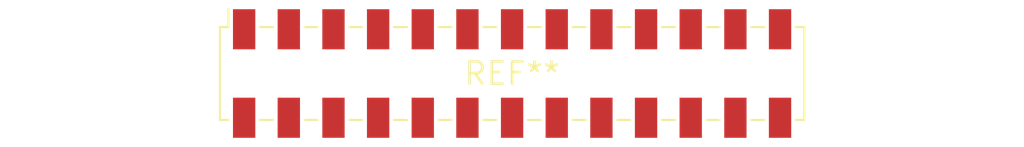
<source format=kicad_pcb>
(kicad_pcb (version 20240108) (generator pcbnew)
  (layers (0 "F.Cu" signal) (31 "B.Cu" signal) (34 "B.Paste" user) (35 "F.Paste" user) (36 "B.SilkS" user "B.Silkscreen") (37 "F.SilkS" user "F.Silkscreen") (38 "B.Mask" user) (39 "F.Mask" user) (44 "Edge.Cuts" user))
  (net 0 "")
  (footprint "Samtec_HLE-113-02-xxx-DV-A_2x13_P2.54mm_Horizontal" (layer "F.Cu") (at 0 0)
    (property "Reference" "REF**")
    (property "Value" "Samtec_HLE-113-02-xxx-DV-A_2x13_P2.54mm_Horizontal")
    (fp_line (start -16.62 -2.65) (end -16.62 2.65) (layer "F.SilkS") (stroke (width 0.12)))
    (fp_line (start -16.62 2.65) (end -16.135 2.65) (layer "F.SilkS") (stroke (width 0.12)))
    (fp_line (start -16.135 -3.67) (end -16.135 -2.65) (layer "F.SilkS") (stroke (width 0.12)))
    (fp_line (start -16.135 -2.65) (end -16.62 -2.65) (layer "F.SilkS") (stroke (width 0.12)))
    (fp_line (start -14.345 -2.65) (end -13.595 -2.65) (layer "F.SilkS") (stroke (width 0.12)))
    (fp_line (start -14.345 2.65) (end -13.595 2.65) (layer "F.SilkS") (stroke (width 0.12)))
    (fp_line (start -11.805 -2.65) (end -11.055 -2.65) (layer "F.SilkS") (stroke (width 0.12)))
    (fp_line (start -11.805 2.65) (end -11.055 2.65) (layer "F.SilkS") (stroke (width 0.12)))
    (fp_line (start -9.265 -2.65) (end -8.515 -2.65) (layer "F.SilkS") (stroke (width 0.12)))
    (fp_line (start -9.265 2.65) (end -8.515 2.65) (layer "F.SilkS") (stroke (width 0.12)))
    (fp_line (start -6.725 -2.65) (end -5.975 -2.65) (layer "F.SilkS") (stroke (width 0.12)))
    (fp_line (start -6.725 2.65) (end -5.975 2.65) (layer "F.SilkS") (stroke (width 0.12)))
    (fp_line (start -4.185 -2.65) (end -3.435 -2.65) (layer "F.SilkS") (stroke (width 0.12)))
    (fp_line (start -4.185 2.65) (end -3.435 2.65) (layer "F.SilkS") (stroke (width 0.12)))
    (fp_line (start -1.645 -2.65) (end -0.895 -2.65) (layer "F.SilkS") (stroke (width 0.12)))
    (fp_line (start -1.645 2.65) (end -0.895 2.65) (layer "F.SilkS") (stroke (width 0.12)))
    (fp_line (start 0.895 -2.65) (end 1.645 -2.65) (layer "F.SilkS") (stroke (width 0.12)))
    (fp_line (start 0.895 2.65) (end 1.645 2.65) (layer "F.SilkS") (stroke (width 0.12)))
    (fp_line (start 3.435 -2.65) (end 4.185 -2.65) (layer "F.SilkS") (stroke (width 0.12)))
    (fp_line (start 3.435 2.65) (end 4.185 2.65) (layer "F.SilkS") (stroke (width 0.12)))
    (fp_line (start 5.975 -2.65) (end 6.725 -2.65) (layer "F.SilkS") (stroke (width 0.12)))
    (fp_line (start 5.975 2.65) (end 6.725 2.65) (layer "F.SilkS") (stroke (width 0.12)))
    (fp_line (start 8.515 -2.65) (end 9.265 -2.65) (layer "F.SilkS") (stroke (width 0.12)))
    (fp_line (start 8.515 2.65) (end 9.265 2.65) (layer "F.SilkS") (stroke (width 0.12)))
    (fp_line (start 11.055 -2.65) (end 11.805 -2.65) (layer "F.SilkS") (stroke (width 0.12)))
    (fp_line (start 11.055 2.65) (end 11.805 2.65) (layer "F.SilkS") (stroke (width 0.12)))
    (fp_line (start 13.595 -2.65) (end 14.345 -2.65) (layer "F.SilkS") (stroke (width 0.12)))
    (fp_line (start 13.595 2.65) (end 14.345 2.65) (layer "F.SilkS") (stroke (width 0.12)))
    (fp_line (start 16.135 -2.65) (end 16.62 -2.65) (layer "F.SilkS") (stroke (width 0.12)))
    (fp_line (start 16.62 -2.65) (end 16.62 2.65) (layer "F.SilkS") (stroke (width 0.12)))
    (fp_line (start 16.62 2.65) (end 16.135 2.65) (layer "F.SilkS") (stroke (width 0.12)))
    (pad "" np_thru_hole circle (at -13.97 0) (size 1.78 1.78) (drill 1.78) (layers *.Cu *.Mask))
    (pad "" np_thru_hole circle (at 13.97 0) (size 1.78 1.78) (drill 1.78) (layers *.Cu *.Mask))
    (pad "1" smd rect (at -15.24 -2.525) (size 1.27 2.29) (layers "F.Cu" "F.Paste" "F.Mask"))
    (pad "2" smd rect (at -15.24 2.525) (size 1.27 2.29) (layers "F.Cu" "F.Paste" "F.Mask"))
    (pad "3" smd rect (at -12.7 -2.525) (size 1.27 2.29) (layers "F.Cu" "F.Paste" "F.Mask"))
    (pad "4" smd rect (at -12.7 2.525) (size 1.27 2.29) (layers "F.Cu" "F.Paste" "F.Mask"))
    (pad "5" smd rect (at -10.16 -2.525) (size 1.27 2.29) (layers "F.Cu" "F.Paste" "F.Mask"))
    (pad "6" smd rect (at -10.16 2.525) (size 1.27 2.29) (layers "F.Cu" "F.Paste" "F.Mask"))
    (pad "7" smd rect (at -7.62 -2.525) (size 1.27 2.29) (layers "F.Cu" "F.Paste" "F.Mask"))
    (pad "8" smd rect (at -7.62 2.525) (size 1.27 2.29) (layers "F.Cu" "F.Paste" "F.Mask"))
    (pad "9" smd rect (at -5.08 -2.525) (size 1.27 2.29) (layers "F.Cu" "F.Paste" "F.Mask"))
    (pad "10" smd rect (at -5.08 2.525) (size 1.27 2.29) (layers "F.Cu" "F.Paste" "F.Mask"))
    (pad "11" smd rect (at -2.54 -2.525) (size 1.27 2.29) (layers "F.Cu" "F.Paste" "F.Mask"))
    (pad "12" smd rect (at -2.54 2.525) (size 1.27 2.29) (layers "F.Cu" "F.Paste" "F.Mask"))
    (pad "13" smd rect (at 0 -2.525) (size 1.27 2.29) (layers "F.Cu" "F.Paste" "F.Mask"))
    (pad "14" smd rect (at 0 2.525) (size 1.27 2.29) (layers "F.Cu" "F.Paste" "F.Mask"))
    (pad "15" smd rect (at 2.54 -2.525) (size 1.27 2.29) (layers "F.Cu" "F.Paste" "F.Mask"))
    (pad "16" smd rect (at 2.54 2.525) (size 1.27 2.29) (layers "F.Cu" "F.Paste" "F.Mask"))
    (pad "17" smd rect (at 5.08 -2.525) (size 1.27 2.29) (layers "F.Cu" "F.Paste" "F.Mask"))
    (pad "18" smd rect (at 5.08 2.525) (size 1.27 2.29) (layers "F.Cu" "F.Paste" "F.Mask"))
    (pad "19" smd rect (at 7.62 -2.525) (size 1.27 2.29) (layers "F.Cu" "F.Paste" "F.Mask"))
    (pad "20" smd rect (at 7.62 2.525) (size 1.27 2.29) (layers "F.Cu" "F.Paste" "F.Mask"))
    (pad "21" smd rect (at 10.16 -2.525) (size 1.27 2.29) (layers "F.Cu" "F.Paste" "F.Mask"))
    (pad "22" smd rect (at 10.16 2.525) (size 1.27 2.29) (layers "F.Cu" "F.Paste" "F.Mask"))
    (pad "23" smd rect (at 12.7 -2.525) (size 1.27 2.29) (layers "F.Cu" "F.Paste" "F.Mask"))
    (pad "24" smd rect (at 12.7 2.525) (size 1.27 2.29) (layers "F.Cu" "F.Paste" "F.Mask"))
    (pad "25" smd rect (at 15.24 -2.525) (size 1.27 2.29) (layers "F.Cu" "F.Paste" "F.Mask"))
    (pad "26" smd rect (at 15.24 2.525) (size 1.27 2.29) (layers "F.Cu" "F.Paste" "F.Mask"))
  )
)
</source>
